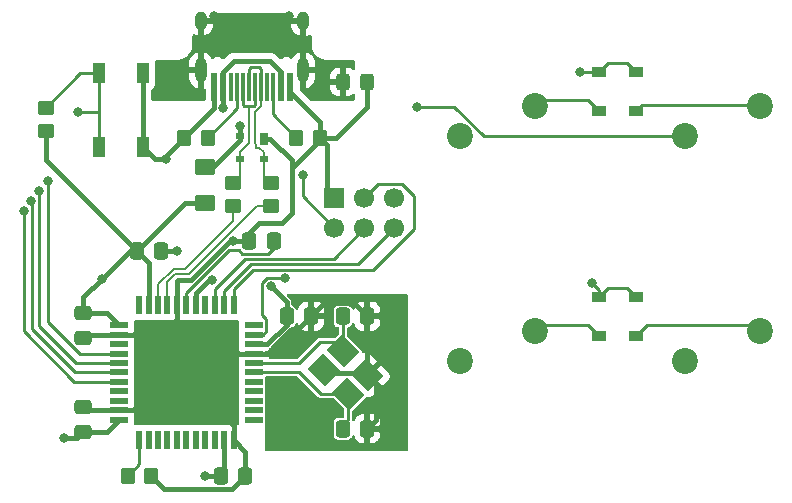
<source format=gbr>
%TF.GenerationSoftware,KiCad,Pcbnew,(6.0.6)*%
%TF.CreationDate,2022-06-29T23:10:10-06:00*%
%TF.ProjectId,macro1,6d616372-6f31-42e6-9b69-6361645f7063,rev?*%
%TF.SameCoordinates,Original*%
%TF.FileFunction,Copper,L2,Bot*%
%TF.FilePolarity,Positive*%
%FSLAX46Y46*%
G04 Gerber Fmt 4.6, Leading zero omitted, Abs format (unit mm)*
G04 Created by KiCad (PCBNEW (6.0.6)) date 2022-06-29 23:10:10*
%MOMM*%
%LPD*%
G01*
G04 APERTURE LIST*
G04 Aperture macros list*
%AMRoundRect*
0 Rectangle with rounded corners*
0 $1 Rounding radius*
0 $2 $3 $4 $5 $6 $7 $8 $9 X,Y pos of 4 corners*
0 Add a 4 corners polygon primitive as box body*
4,1,4,$2,$3,$4,$5,$6,$7,$8,$9,$2,$3,0*
0 Add four circle primitives for the rounded corners*
1,1,$1+$1,$2,$3*
1,1,$1+$1,$4,$5*
1,1,$1+$1,$6,$7*
1,1,$1+$1,$8,$9*
0 Add four rect primitives between the rounded corners*
20,1,$1+$1,$2,$3,$4,$5,0*
20,1,$1+$1,$4,$5,$6,$7,0*
20,1,$1+$1,$6,$7,$8,$9,0*
20,1,$1+$1,$8,$9,$2,$3,0*%
%AMRotRect*
0 Rectangle, with rotation*
0 The origin of the aperture is its center*
0 $1 length*
0 $2 width*
0 $3 Rotation angle, in degrees counterclockwise*
0 Add horizontal line*
21,1,$1,$2,0,0,$3*%
G04 Aperture macros list end*
%TA.AperFunction,SMDPad,CuDef*%
%ADD10R,0.700000X1.000000*%
%TD*%
%TA.AperFunction,SMDPad,CuDef*%
%ADD11R,0.700000X0.600000*%
%TD*%
%TA.AperFunction,SMDPad,CuDef*%
%ADD12RoundRect,0.250000X-0.475000X0.337500X-0.475000X-0.337500X0.475000X-0.337500X0.475000X0.337500X0*%
%TD*%
%TA.AperFunction,SMDPad,CuDef*%
%ADD13RoundRect,0.250000X-0.337500X-0.475000X0.337500X-0.475000X0.337500X0.475000X-0.337500X0.475000X0*%
%TD*%
%TA.AperFunction,SMDPad,CuDef*%
%ADD14RoundRect,0.250000X0.475000X-0.337500X0.475000X0.337500X-0.475000X0.337500X-0.475000X-0.337500X0*%
%TD*%
%TA.AperFunction,SMDPad,CuDef*%
%ADD15R,1.200000X0.900000*%
%TD*%
%TA.AperFunction,SMDPad,CuDef*%
%ADD16RoundRect,0.250001X-0.624999X0.462499X-0.624999X-0.462499X0.624999X-0.462499X0.624999X0.462499X0*%
%TD*%
%TA.AperFunction,ComponentPad*%
%ADD17R,1.700000X1.700000*%
%TD*%
%TA.AperFunction,ComponentPad*%
%ADD18C,1.700000*%
%TD*%
%TA.AperFunction,SMDPad,CuDef*%
%ADD19RoundRect,0.250000X-0.450000X0.350000X-0.450000X-0.350000X0.450000X-0.350000X0.450000X0.350000X0*%
%TD*%
%TA.AperFunction,SMDPad,CuDef*%
%ADD20RoundRect,0.250000X-0.350000X-0.450000X0.350000X-0.450000X0.350000X0.450000X-0.350000X0.450000X0*%
%TD*%
%TA.AperFunction,SMDPad,CuDef*%
%ADD21RoundRect,0.250000X0.350000X0.450000X-0.350000X0.450000X-0.350000X-0.450000X0.350000X-0.450000X0*%
%TD*%
%TA.AperFunction,SMDPad,CuDef*%
%ADD22RoundRect,0.250000X0.450000X-0.350000X0.450000X0.350000X-0.450000X0.350000X-0.450000X-0.350000X0*%
%TD*%
%TA.AperFunction,SMDPad,CuDef*%
%ADD23R,1.100000X1.800000*%
%TD*%
%TA.AperFunction,SMDPad,CuDef*%
%ADD24R,0.550000X1.500000*%
%TD*%
%TA.AperFunction,SMDPad,CuDef*%
%ADD25R,1.500000X0.550000*%
%TD*%
%TA.AperFunction,ComponentPad*%
%ADD26O,1.000000X1.600000*%
%TD*%
%TA.AperFunction,ComponentPad*%
%ADD27O,1.000000X2.100000*%
%TD*%
%TA.AperFunction,SMDPad,CuDef*%
%ADD28R,0.300000X2.450000*%
%TD*%
%TA.AperFunction,SMDPad,CuDef*%
%ADD29R,0.600000X2.450000*%
%TD*%
%TA.AperFunction,SMDPad,CuDef*%
%ADD30RotRect,2.100000X1.800000X135.000000*%
%TD*%
%TA.AperFunction,ComponentPad*%
%ADD31C,2.200000*%
%TD*%
%TA.AperFunction,SMDPad,CuDef*%
%ADD32RoundRect,0.250000X-0.325000X-0.450000X0.325000X-0.450000X0.325000X0.450000X-0.325000X0.450000X0*%
%TD*%
%TA.AperFunction,ViaPad*%
%ADD33C,0.800000*%
%TD*%
%TA.AperFunction,Conductor*%
%ADD34C,0.381000*%
%TD*%
%TA.AperFunction,Conductor*%
%ADD35C,0.254000*%
%TD*%
%TA.AperFunction,Conductor*%
%ADD36C,0.200000*%
%TD*%
G04 APERTURE END LIST*
D10*
%TO.P,U2,1,GND*%
%TO.N,GND*%
X147843750Y-86562500D03*
D11*
%TO.P,U2,4,VCC*%
%TO.N,VCC*%
X145843750Y-86362500D03*
%TO.P,U2,2,IO1*%
%TO.N,DP*%
X147843750Y-88262500D03*
%TO.P,U2,3,IO2*%
%TO.N,DN*%
X145843750Y-88262500D03*
%TD*%
D12*
%TO.P,C1,1*%
%TO.N,+5V*%
X132556250Y-101356250D03*
%TO.P,C1,2*%
%TO.N,GND*%
X132556250Y-103431250D03*
%TD*%
D13*
%TO.P,C2,1*%
%TO.N,+5V*%
X144218750Y-115093750D03*
%TO.P,C2,2*%
%TO.N,GND*%
X146293750Y-115093750D03*
%TD*%
D14*
%TO.P,C3,1*%
%TO.N,+5V*%
X132556250Y-111368750D03*
%TO.P,C3,2*%
%TO.N,GND*%
X132556250Y-109293750D03*
%TD*%
D13*
%TO.P,C4,1*%
%TO.N,+5V*%
X149775000Y-101600000D03*
%TO.P,C4,2*%
%TO.N,GND*%
X151850000Y-101600000D03*
%TD*%
%TO.P,C5,1*%
%TO.N,+5V*%
X137075000Y-96043750D03*
%TO.P,C5,2*%
%TO.N,GND*%
X139150000Y-96043750D03*
%TD*%
%TO.P,C6,1*%
%TO.N,XTAL1*%
X154537500Y-111125000D03*
%TO.P,C6,2*%
%TO.N,GND*%
X156612500Y-111125000D03*
%TD*%
%TO.P,C7,1*%
%TO.N,XTAL2*%
X154537500Y-101600000D03*
%TO.P,C7,2*%
%TO.N,GND*%
X156612500Y-101600000D03*
%TD*%
%TO.P,C8,1*%
%TO.N,GND*%
X146600000Y-95250000D03*
%TO.P,C8,2*%
%TO.N,Net-(U1-Pad6)*%
X148675000Y-95250000D03*
%TD*%
D15*
%TO.P,D1,1,K*%
%TO.N,ROW0*%
X176212500Y-80900000D03*
%TO.P,D1,2,A*%
%TO.N,Net-(SW1-Pad1)*%
X176212500Y-84200000D03*
%TD*%
%TO.P,D2,1,K*%
%TO.N,ROW0*%
X179387500Y-80900000D03*
%TO.P,D2,2,A*%
%TO.N,Net-(SW2-Pad1)*%
X179387500Y-84200000D03*
%TD*%
%TO.P,D3,1,K*%
%TO.N,ROW1*%
X176212500Y-99950000D03*
%TO.P,D3,2,A*%
%TO.N,Net-(SW3-Pad1)*%
X176212500Y-103250000D03*
%TD*%
%TO.P,D4,1,K*%
%TO.N,ROW1*%
X179387500Y-99950000D03*
%TO.P,D4,2,A*%
%TO.N,Net-(SW4-Pad1)*%
X179387500Y-103250000D03*
%TD*%
D16*
%TO.P,F1,1*%
%TO.N,VCC*%
X142875000Y-89000000D03*
%TO.P,F1,2*%
%TO.N,+5V*%
X142875000Y-91975000D03*
%TD*%
D17*
%TO.P,J1,6,GND*%
%TO.N,GND*%
X153828750Y-91598750D03*
D18*
%TO.P,J1,5,~{RST}*%
%TO.N,RESET*%
X153828750Y-94138750D03*
%TO.P,J1,4,MOSI*%
%TO.N,MOSI*%
X156368750Y-91598750D03*
%TO.P,J1,3,SCK*%
%TO.N,SCK*%
X156368750Y-94138750D03*
%TO.P,J1,2,VCC*%
%TO.N,+5V*%
X158908750Y-91598750D03*
%TO.P,J1,1,MISO*%
%TO.N,MISO*%
X158908750Y-94138750D03*
%TD*%
D19*
%TO.P,R1,1*%
%TO.N,DN*%
X145256250Y-90281250D03*
%TO.P,R1,2*%
%TO.N,D-*%
X145256250Y-92281250D03*
%TD*%
%TO.P,R2,1*%
%TO.N,DP*%
X148431250Y-90281250D03*
%TO.P,R2,2*%
%TO.N,D+*%
X148431250Y-92281250D03*
%TD*%
D20*
%TO.P,R3,1*%
%TO.N,Net-(U1-Pad33)*%
X136318750Y-115093750D03*
%TO.P,R3,2*%
%TO.N,GND*%
X138318750Y-115093750D03*
%TD*%
%TO.P,R4,1*%
%TO.N,Net-(R4-Pad1)*%
X150606250Y-86518750D03*
%TO.P,R4,2*%
%TO.N,GND*%
X152606250Y-86518750D03*
%TD*%
D21*
%TO.P,R5,1*%
%TO.N,Net-(R5-Pad1)*%
X143081250Y-86518750D03*
%TO.P,R5,2*%
%TO.N,GND*%
X141081250Y-86518750D03*
%TD*%
D22*
%TO.P,R6,1*%
%TO.N,+5V*%
X129381250Y-85931250D03*
%TO.P,R6,2*%
%TO.N,RESET*%
X129381250Y-83931250D03*
%TD*%
D23*
%TO.P,SW5,1*%
%TO.N,RESET*%
X133881250Y-81037500D03*
X133881250Y-87237500D03*
%TO.P,SW5,2*%
%TO.N,GND*%
X137581250Y-81037500D03*
X137581250Y-87237500D03*
%TD*%
D24*
%TO.P,U1,1,PE6*%
%TO.N,unconnected-(U1-Pad1)*%
X137287500Y-100662500D03*
%TO.P,U1,2,UVCC*%
%TO.N,+5V*%
X138087500Y-100662500D03*
%TO.P,U1,3,D-*%
%TO.N,D-*%
X138887500Y-100662500D03*
%TO.P,U1,4,D+*%
%TO.N,D+*%
X139687500Y-100662500D03*
%TO.P,U1,5,UGND*%
%TO.N,GND*%
X140487500Y-100662500D03*
%TO.P,U1,6,UCAP*%
%TO.N,Net-(U1-Pad6)*%
X141287500Y-100662500D03*
%TO.P,U1,7,VBUS*%
%TO.N,+5V*%
X142087500Y-100662500D03*
%TO.P,U1,8,PB0*%
%TO.N,unconnected-(U1-Pad8)*%
X142887500Y-100662500D03*
%TO.P,U1,9,PB1*%
%TO.N,SCK*%
X143687500Y-100662500D03*
%TO.P,U1,10,PB2*%
%TO.N,MISO*%
X144487500Y-100662500D03*
%TO.P,U1,11,PB3*%
%TO.N,MOSI*%
X145287500Y-100662500D03*
D25*
%TO.P,U1,12,PB7*%
%TO.N,unconnected-(U1-Pad12)*%
X146987500Y-102362500D03*
%TO.P,U1,13,~{RESET}*%
%TO.N,RESET*%
X146987500Y-103162500D03*
%TO.P,U1,14,VCC*%
%TO.N,+5V*%
X146987500Y-103962500D03*
%TO.P,U1,15,GND*%
%TO.N,GND*%
X146987500Y-104762500D03*
%TO.P,U1,16,XTAL2*%
%TO.N,XTAL2*%
X146987500Y-105562500D03*
%TO.P,U1,17,XTAL1*%
%TO.N,XTAL1*%
X146987500Y-106362500D03*
%TO.P,U1,18,PD0*%
%TO.N,unconnected-(U1-Pad18)*%
X146987500Y-107162500D03*
%TO.P,U1,19,PD1*%
%TO.N,unconnected-(U1-Pad19)*%
X146987500Y-107962500D03*
%TO.P,U1,20,PD2*%
%TO.N,unconnected-(U1-Pad20)*%
X146987500Y-108762500D03*
%TO.P,U1,21,PD3*%
%TO.N,unconnected-(U1-Pad21)*%
X146987500Y-109562500D03*
%TO.P,U1,22,PD5*%
%TO.N,unconnected-(U1-Pad22)*%
X146987500Y-110362500D03*
D24*
%TO.P,U1,23,GND*%
%TO.N,GND*%
X145287500Y-112062500D03*
%TO.P,U1,24,AVCC*%
%TO.N,+5V*%
X144487500Y-112062500D03*
%TO.P,U1,25,PD4*%
%TO.N,unconnected-(U1-Pad25)*%
X143687500Y-112062500D03*
%TO.P,U1,26,PD6*%
%TO.N,unconnected-(U1-Pad26)*%
X142887500Y-112062500D03*
%TO.P,U1,27,PD7*%
%TO.N,unconnected-(U1-Pad27)*%
X142087500Y-112062500D03*
%TO.P,U1,28,PB4*%
%TO.N,unconnected-(U1-Pad28)*%
X141287500Y-112062500D03*
%TO.P,U1,29,PB5*%
%TO.N,unconnected-(U1-Pad29)*%
X140487500Y-112062500D03*
%TO.P,U1,30,PB6*%
%TO.N,unconnected-(U1-Pad30)*%
X139687500Y-112062500D03*
%TO.P,U1,31,PC6*%
%TO.N,unconnected-(U1-Pad31)*%
X138887500Y-112062500D03*
%TO.P,U1,32,PC7*%
%TO.N,unconnected-(U1-Pad32)*%
X138087500Y-112062500D03*
%TO.P,U1,33,~{HWB}/PE2*%
%TO.N,Net-(U1-Pad33)*%
X137287500Y-112062500D03*
D25*
%TO.P,U1,34,VCC*%
%TO.N,+5V*%
X135587500Y-110362500D03*
%TO.P,U1,35,GND*%
%TO.N,GND*%
X135587500Y-109562500D03*
%TO.P,U1,36,PF7*%
%TO.N,unconnected-(U1-Pad36)*%
X135587500Y-108762500D03*
%TO.P,U1,37,PF6*%
%TO.N,unconnected-(U1-Pad37)*%
X135587500Y-107962500D03*
%TO.P,U1,38,PF5*%
%TO.N,ROW0*%
X135587500Y-107162500D03*
%TO.P,U1,39,PF4*%
%TO.N,ROW1*%
X135587500Y-106362500D03*
%TO.P,U1,40,PF1*%
%TO.N,COL0*%
X135587500Y-105562500D03*
%TO.P,U1,41,PF0*%
%TO.N,COL1*%
X135587500Y-104762500D03*
%TO.P,U1,42,AREF*%
%TO.N,unconnected-(U1-Pad42)*%
X135587500Y-103962500D03*
%TO.P,U1,43,GND*%
%TO.N,GND*%
X135587500Y-103162500D03*
%TO.P,U1,44,AVCC*%
%TO.N,+5V*%
X135587500Y-102362500D03*
%TD*%
D26*
%TO.P,USB1,13,SHIELD*%
%TO.N,Earth*%
X151163750Y-76596250D03*
X142523750Y-76596250D03*
D27*
X151163750Y-80776250D03*
X142523750Y-80776250D03*
D28*
%TO.P,USB1,6,DP1*%
%TO.N,DP*%
X146593750Y-82191250D03*
%TO.P,USB1,7,DN1*%
%TO.N,DN*%
X147093750Y-82191250D03*
%TO.P,USB1,8,DP2*%
%TO.N,DP*%
X147593750Y-82191250D03*
%TO.P,USB1,5,DN2*%
%TO.N,DN*%
X146093750Y-82191250D03*
%TO.P,USB1,9,SBU1*%
%TO.N,unconnected-(USB1-Pad9)*%
X148093750Y-82191250D03*
%TO.P,USB1,4,CC1*%
%TO.N,Net-(R5-Pad1)*%
X145593750Y-82191250D03*
%TO.P,USB1,10,CC2*%
%TO.N,Net-(R4-Pad1)*%
X148593750Y-82191250D03*
%TO.P,USB1,3,SBU2*%
%TO.N,unconnected-(USB1-Pad3)*%
X145093750Y-82191250D03*
D29*
%TO.P,USB1,2,VBUS*%
%TO.N,VCC*%
X144393750Y-82191250D03*
%TO.P,USB1,11,VBUS*%
X149293750Y-82191250D03*
%TO.P,USB1,1,GND*%
%TO.N,GND*%
X143618750Y-82191250D03*
%TO.P,USB1,12,GND*%
X150068750Y-82191250D03*
%TD*%
D30*
%TO.P,Y1,1,1*%
%TO.N,XTAL1*%
X154993382Y-108200978D03*
%TO.P,Y1,2,2*%
%TO.N,GND*%
X152942772Y-106150368D03*
%TO.P,Y1,3,3*%
%TO.N,XTAL2*%
X154569118Y-104524022D03*
%TO.P,Y1,4,4*%
%TO.N,GND*%
X156619728Y-106574632D03*
%TD*%
D31*
%TO.P,SW2,1,1*%
%TO.N,Net-(SW2-Pad1)*%
X189865000Y-83820000D03*
%TO.P,SW2,2,2*%
%TO.N,COL1*%
X183515000Y-86360000D03*
%TD*%
%TO.P,SW3,1,1*%
%TO.N,Net-(SW3-Pad1)*%
X170815000Y-102870000D03*
%TO.P,SW3,2,2*%
%TO.N,COL0*%
X164465000Y-105410000D03*
%TD*%
%TO.P,SW4,1,1*%
%TO.N,Net-(SW4-Pad1)*%
X189865000Y-102870000D03*
%TO.P,SW4,2,2*%
%TO.N,COL1*%
X183515000Y-105410000D03*
%TD*%
%TO.P,SW1,1,1*%
%TO.N,Net-(SW1-Pad1)*%
X170815000Y-83820000D03*
%TO.P,SW1,2,2*%
%TO.N,COL0*%
X164465000Y-86360000D03*
%TD*%
D32*
%TO.P,FB1,1*%
%TO.N,Earth*%
X154550000Y-81756250D03*
%TO.P,FB1,2*%
%TO.N,GND*%
X156600000Y-81756250D03*
%TD*%
D33*
%TO.N,Earth*%
X152908000Y-80518000D03*
X146843750Y-77787500D03*
X150018750Y-76200000D03*
X143668750Y-76200000D03*
%TO.N,RESET*%
X132096500Y-84311500D03*
X151130000Y-89662000D03*
X149606000Y-98393026D03*
%TO.N,+5V*%
X143466478Y-98508478D03*
%TO.N,GND*%
X145258747Y-95252497D03*
%TO.N,COL1*%
X129560500Y-90170000D03*
%TO.N,COL0*%
X128834000Y-91000996D03*
%TO.N,ROW1*%
X128107500Y-91846412D03*
%TO.N,ROW0*%
X127508000Y-92710000D03*
%TO.N,COL1*%
X160820345Y-83857500D03*
%TO.N,ROW1*%
X175641000Y-98806000D03*
%TO.N,ROW0*%
X174625000Y-80962500D03*
%TO.N,GND*%
X139573000Y-88265000D03*
%TO.N,+5V*%
X134143750Y-98425000D03*
%TO.N,GND*%
X140493750Y-96043750D03*
%TO.N,+5V*%
X142875000Y-115093750D03*
X130968750Y-111918750D03*
X148431250Y-99060000D03*
%TO.N,VCC*%
X145796000Y-85471000D03*
X144408750Y-83947000D03*
%TO.N,GND*%
X157861000Y-101600000D03*
X157861000Y-111125000D03*
%TD*%
D34*
%TO.N,VCC*%
X143537000Y-89000000D02*
X142875000Y-89000000D01*
X145843750Y-86693250D02*
X143537000Y-89000000D01*
X145843750Y-86362500D02*
X145843750Y-86693250D01*
%TO.N,GND*%
X150308250Y-88959750D02*
X150241000Y-88959750D01*
X152606250Y-86661750D02*
X150308250Y-88959750D01*
X152606250Y-86518750D02*
X152606250Y-86661750D01*
X148411500Y-86562500D02*
X147843750Y-86562500D01*
X150241000Y-88392000D02*
X148411500Y-86562500D01*
X150241000Y-88959750D02*
X150241000Y-88392000D01*
X150241000Y-92837000D02*
X150241000Y-88959750D01*
X149352000Y-93726000D02*
X150241000Y-92837000D01*
X146600000Y-94573000D02*
X147447000Y-93726000D01*
X146600000Y-95250000D02*
X146600000Y-94573000D01*
X147447000Y-93726000D02*
X149352000Y-93726000D01*
X153193750Y-87106250D02*
X152606250Y-86518750D01*
X153193750Y-90963750D02*
X153193750Y-87106250D01*
X153828750Y-91598750D02*
X153193750Y-90963750D01*
X152606250Y-85137500D02*
X152606250Y-86518750D01*
X150068750Y-82600000D02*
X152606250Y-85137500D01*
X150068750Y-82191250D02*
X150068750Y-82600000D01*
X156600000Y-83906250D02*
X153987500Y-86518750D01*
X153987500Y-86518750D02*
X152606250Y-86518750D01*
X156600000Y-81756250D02*
X156600000Y-83906250D01*
D35*
%TO.N,RESET*%
X132096500Y-84311500D02*
X133874500Y-84311500D01*
X133881250Y-84304750D02*
X133881250Y-81037500D01*
X133881250Y-87237500D02*
X133881250Y-84304750D01*
X151130000Y-91440000D02*
X151130000Y-89662000D01*
X153828750Y-94138750D02*
X151130000Y-91440000D01*
X148064500Y-101836500D02*
X148064500Y-102887500D01*
X147704250Y-101476250D02*
X148064500Y-101836500D01*
X147704250Y-98758866D02*
X147704250Y-101476250D01*
X148130116Y-98333000D02*
X147704250Y-98758866D01*
X149545974Y-98333000D02*
X148130116Y-98333000D01*
X149606000Y-98393026D02*
X149545974Y-98333000D01*
X148064500Y-102887500D02*
X147789500Y-103162500D01*
X147789500Y-103162500D02*
X146987500Y-103162500D01*
%TO.N,MOSI*%
X146942526Y-97666526D02*
X145287500Y-99321552D01*
X145287500Y-99321552D02*
X145287500Y-100662500D01*
X157095474Y-97666526D02*
X146942526Y-97666526D01*
X160548850Y-94213150D02*
X157095474Y-97666526D01*
X160548850Y-91460850D02*
X160548850Y-94213150D01*
X159509750Y-90421750D02*
X160548850Y-91460850D01*
X157545750Y-90421750D02*
X159509750Y-90421750D01*
X156368750Y-91598750D02*
X157545750Y-90421750D01*
%TO.N,MISO*%
X144487500Y-99479500D02*
X144487500Y-100662500D01*
X146757000Y-97210000D02*
X144487500Y-99479500D01*
X155837500Y-97210000D02*
X146757000Y-97210000D01*
X158908750Y-94138750D02*
X155837500Y-97210000D01*
%TO.N,SCK*%
X146247090Y-96756000D02*
X143687500Y-99315590D01*
X153751500Y-96756000D02*
X146247090Y-96756000D01*
X156368750Y-94138750D02*
X153751500Y-96756000D01*
X143687500Y-99315590D02*
X143687500Y-100662500D01*
D34*
%TO.N,+5V*%
X148431250Y-99060000D02*
X149775000Y-100403750D01*
X149775000Y-100403750D02*
X149775000Y-101600000D01*
D35*
%TO.N,Net-(U1-Pad6)*%
X141287500Y-99660028D02*
X141287500Y-100662500D01*
X144935528Y-96012000D02*
X141287500Y-99660028D01*
X145733499Y-96012000D02*
X144935528Y-96012000D01*
X146023499Y-96302000D02*
X145733499Y-96012000D01*
X148675000Y-95800000D02*
X148173000Y-96302000D01*
X148675000Y-95250000D02*
X148675000Y-95800000D01*
X148173000Y-96302000D02*
X146023499Y-96302000D01*
D34*
%TO.N,+5V*%
X143235522Y-98508478D02*
X143466478Y-98508478D01*
X142087500Y-99656500D02*
X143235522Y-98508478D01*
X142087500Y-100662500D02*
X142087500Y-99656500D01*
%TO.N,GND*%
X140589000Y-98505500D02*
X140487500Y-98607000D01*
X146600000Y-95250000D02*
X144965672Y-95250000D01*
X144965672Y-95250000D02*
X141710172Y-98505500D01*
X141710172Y-98505500D02*
X140589000Y-98505500D01*
X140487500Y-98607000D02*
X140487500Y-100662500D01*
D35*
%TO.N,ROW1*%
X128235000Y-91973912D02*
X128235000Y-102708000D01*
X128235000Y-102708000D02*
X131889500Y-106362500D01*
X131889500Y-106362500D02*
X135587500Y-106362500D01*
X128107500Y-91846412D02*
X128235000Y-91973912D01*
%TO.N,ROW0*%
X131800500Y-107162500D02*
X135587500Y-107162500D01*
X127508000Y-102870000D02*
X131800500Y-107162500D01*
X127508000Y-92710000D02*
X127508000Y-102870000D01*
%TO.N,COL0*%
X131978500Y-105562500D02*
X135587500Y-105562500D01*
X128834000Y-102418000D02*
X131978500Y-105562500D01*
X128834000Y-91000996D02*
X128834000Y-102418000D01*
%TO.N,COL1*%
X132258999Y-104762500D02*
X135587500Y-104762500D01*
X129560500Y-102064001D02*
X132258999Y-104762500D01*
X129560500Y-90170000D02*
X129560500Y-102064001D01*
X163980583Y-83857500D02*
X160820345Y-83857500D01*
X166483083Y-86360000D02*
X163980583Y-83857500D01*
X183515000Y-86360000D02*
X166483083Y-86360000D01*
%TO.N,ROW1*%
X176212500Y-99377500D02*
X175641000Y-98806000D01*
X176212500Y-99950000D02*
X176212500Y-99377500D01*
%TO.N,ROW0*%
X174687500Y-80900000D02*
X174625000Y-80962500D01*
X176212500Y-80900000D02*
X174687500Y-80900000D01*
%TO.N,RESET*%
X129381250Y-83931250D02*
X132275000Y-81037500D01*
X132275000Y-81037500D02*
X133881250Y-81037500D01*
D34*
%TO.N,+5V*%
X129381250Y-85931250D02*
X129381250Y-88350000D01*
X129381250Y-88350000D02*
X137075000Y-96043750D01*
%TO.N,GND*%
X137581250Y-81037500D02*
X137581250Y-87237500D01*
X138608750Y-88265000D02*
X137581250Y-87237500D01*
X139573000Y-88265000D02*
X138608750Y-88265000D01*
X139573000Y-88027000D02*
X141081250Y-86518750D01*
X139573000Y-88265000D02*
X139573000Y-88027000D01*
X135587500Y-109562500D02*
X137325500Y-109562500D01*
X140622000Y-106266000D02*
X141399875Y-107043875D01*
X139812375Y-105456375D02*
X140622000Y-106266000D01*
X137325500Y-109562500D02*
X140622000Y-106266000D01*
X140487500Y-104781250D02*
X139812375Y-105456375D01*
X140487500Y-100662500D02*
X140487500Y-104781250D01*
X137518500Y-103162500D02*
X139812375Y-105456375D01*
X143681250Y-104762500D02*
X141399875Y-107043875D01*
X146987500Y-104762500D02*
X143681250Y-104762500D01*
X141399875Y-107043875D02*
X145287500Y-110931500D01*
X145287500Y-110931500D02*
X145287500Y-112062500D01*
X135587500Y-103162500D02*
X137518500Y-103162500D01*
X139434250Y-116209250D02*
X145178250Y-116209250D01*
X145178250Y-116209250D02*
X146293750Y-115093750D01*
X138318750Y-115093750D02*
X139434250Y-116209250D01*
%TO.N,+5V*%
X136525000Y-96043750D02*
X137075000Y-96043750D01*
X134143750Y-98425000D02*
X136525000Y-96043750D01*
X132556250Y-100012500D02*
X134143750Y-98425000D01*
X132556250Y-101356250D02*
X132556250Y-100012500D01*
%TO.N,GND*%
X132825000Y-103162500D02*
X135587500Y-103162500D01*
X132556250Y-103431250D02*
X132825000Y-103162500D01*
%TO.N,+5V*%
X134581250Y-101356250D02*
X135587500Y-102362500D01*
X132556250Y-101356250D02*
X134581250Y-101356250D01*
%TO.N,GND*%
X132825000Y-109562500D02*
X135587500Y-109562500D01*
%TO.N,+5V*%
X132006250Y-111918750D02*
X130968750Y-111918750D01*
X134581250Y-111368750D02*
X135587500Y-110362500D01*
X132556250Y-111368750D02*
X132006250Y-111918750D01*
%TO.N,GND*%
X132556250Y-109293750D02*
X132825000Y-109562500D01*
%TO.N,+5V*%
X132556250Y-111368750D02*
X134581250Y-111368750D01*
X137075000Y-96043750D02*
X138087500Y-97056250D01*
X138087500Y-97056250D02*
X138087500Y-100662500D01*
%TO.N,GND*%
X139150000Y-96043750D02*
X140493750Y-96043750D01*
%TO.N,+5V*%
X141143750Y-91975000D02*
X137075000Y-96043750D01*
X142875000Y-91975000D02*
X141143750Y-91975000D01*
X142875000Y-115093750D02*
X144218750Y-115093750D01*
D36*
%TO.N,D+*%
X140335000Y-98015000D02*
X139687500Y-98662500D01*
X141507000Y-98015000D02*
X140335000Y-98015000D01*
X147240750Y-92281250D02*
X141507000Y-98015000D01*
X139687500Y-98662500D02*
X139687500Y-100662500D01*
X148431250Y-92281250D02*
X147240750Y-92281250D01*
%TO.N,D-*%
X141195000Y-97565000D02*
X140219315Y-97565000D01*
X145256250Y-93503750D02*
X141195000Y-97565000D01*
X138887500Y-98896815D02*
X138887500Y-100662500D01*
X145256250Y-92281250D02*
X145256250Y-93503750D01*
X140219315Y-97565000D02*
X138887500Y-98896815D01*
D34*
%TO.N,GND*%
X146293750Y-113068750D02*
X145287500Y-112062500D01*
X146293750Y-115093750D02*
X146293750Y-113068750D01*
%TO.N,+5V*%
X144487500Y-114825000D02*
X144487500Y-112062500D01*
X144218750Y-115093750D02*
X144487500Y-114825000D01*
D35*
%TO.N,Net-(U1-Pad33)*%
X137287500Y-114125000D02*
X137287500Y-112062500D01*
X136318750Y-115093750D02*
X137287500Y-114125000D01*
D34*
%TO.N,VCC*%
X145314501Y-80000500D02*
X148392999Y-80000500D01*
X144393750Y-80921251D02*
X145314501Y-80000500D01*
X148392999Y-80000500D02*
X149293750Y-80901251D01*
X149293750Y-80901251D02*
X149293750Y-82191250D01*
X144393750Y-82191250D02*
X144393750Y-80921251D01*
X145796000Y-85471000D02*
X145796000Y-86314750D01*
X145796000Y-86314750D02*
X145843750Y-86362500D01*
X144393750Y-83932000D02*
X144408750Y-83947000D01*
X144393750Y-82191250D02*
X144393750Y-83932000D01*
%TO.N,GND*%
X141081250Y-86518750D02*
X143618750Y-83981250D01*
X143618750Y-83981250D02*
X143618750Y-82191250D01*
D35*
%TO.N,Net-(R5-Pad1)*%
X143081250Y-86518750D02*
X145593750Y-84006250D01*
X145593750Y-84006250D02*
X145593750Y-82191250D01*
%TO.N,Net-(R4-Pad1)*%
X148593750Y-84506250D02*
X150606250Y-86518750D01*
X148593750Y-82191250D02*
X148593750Y-84506250D01*
D34*
%TO.N,GND*%
X156612500Y-101600000D02*
X157861000Y-101600000D01*
X156612500Y-111125000D02*
X157861000Y-111125000D01*
D35*
%TO.N,XTAL2*%
X153826656Y-103781560D02*
X152599690Y-103781560D01*
D34*
%TO.N,GND*%
X157362190Y-107317094D02*
X157362190Y-110375310D01*
X157362190Y-110375310D02*
X156612500Y-111125000D01*
X156619728Y-106574632D02*
X157362190Y-107317094D01*
X156619728Y-101607228D02*
X156619728Y-106574632D01*
X156612500Y-101600000D02*
X156619728Y-101607228D01*
X152965500Y-100484500D02*
X155497000Y-100484500D01*
X151850000Y-101600000D02*
X152965500Y-100484500D01*
X155497000Y-100484500D02*
X156612500Y-101600000D01*
X148687500Y-104762500D02*
X151850000Y-101600000D01*
X146987500Y-104762500D02*
X148687500Y-104762500D01*
%TO.N,+5V*%
X149775000Y-102306000D02*
X149775000Y-101600000D01*
X148118500Y-103962500D02*
X149775000Y-102306000D01*
X146987500Y-103962500D02*
X148118500Y-103962500D01*
D35*
%TO.N,XTAL1*%
X154231250Y-111125000D02*
X154993382Y-110362868D01*
X154993382Y-110362868D02*
X154993382Y-108200978D01*
%TO.N,XTAL2*%
X154569118Y-101937868D02*
X154569118Y-104524022D01*
X154231250Y-101600000D02*
X154569118Y-101937868D01*
D34*
%TO.N,GND*%
X153224024Y-106431620D02*
X152942772Y-106150368D01*
X156476716Y-106431620D02*
X153224024Y-106431620D01*
X156619728Y-106574632D02*
X156476716Y-106431620D01*
D35*
%TO.N,XTAL2*%
X150806250Y-105562500D02*
X146987500Y-105562500D01*
X150812500Y-105568750D02*
X150806250Y-105562500D01*
X152599690Y-103781560D02*
X150812500Y-105568750D01*
X154569118Y-104524022D02*
X153826656Y-103781560D01*
%TO.N,XTAL1*%
X150812500Y-106362500D02*
X146987500Y-106362500D01*
X152650978Y-108200978D02*
X150812500Y-106362500D01*
X154993382Y-108200978D02*
X152650978Y-108200978D01*
%TO.N,Net-(SW2-Pad1)*%
X189738000Y-83693000D02*
X189865000Y-83820000D01*
X179894500Y-83693000D02*
X189738000Y-83693000D01*
X179387500Y-84200000D02*
X179894500Y-83693000D01*
%TO.N,Net-(SW1-Pad1)*%
X171323000Y-83312000D02*
X175324500Y-83312000D01*
X175324500Y-83312000D02*
X176212500Y-84200000D01*
X170815000Y-83820000D02*
X171323000Y-83312000D01*
%TO.N,Net-(SW4-Pad1)*%
X189357000Y-102362000D02*
X189865000Y-102870000D01*
X180275500Y-102362000D02*
X189357000Y-102362000D01*
X179387500Y-103250000D02*
X180275500Y-102362000D01*
%TO.N,Net-(SW3-Pad1)*%
X175324500Y-102362000D02*
X176212500Y-103250000D01*
X171323000Y-102362000D02*
X175324500Y-102362000D01*
X170815000Y-102870000D02*
X171323000Y-102362000D01*
%TO.N,ROW1*%
X178624500Y-99187000D02*
X179387500Y-99950000D01*
X176975500Y-99187000D02*
X178624500Y-99187000D01*
X176212500Y-99950000D02*
X176975500Y-99187000D01*
%TO.N,ROW0*%
X178624500Y-80137000D02*
X179387500Y-80900000D01*
X176975500Y-80137000D02*
X178624500Y-80137000D01*
X176212500Y-80900000D02*
X176975500Y-80137000D01*
D36*
%TO.N,DP*%
X148431250Y-90281250D02*
X147843750Y-89693750D01*
X147843750Y-89693750D02*
X147843750Y-88262500D01*
%TO.N,DN*%
X145843750Y-89693750D02*
X145843750Y-88262500D01*
X145256250Y-90281250D02*
X145843750Y-89693750D01*
%TO.N,DP*%
X147068750Y-84349120D02*
X147110472Y-84307398D01*
X147068750Y-86962499D02*
X147068750Y-84349120D01*
X147593750Y-83824120D02*
X147593750Y-82191250D01*
X147110472Y-84307398D02*
X147593750Y-83824120D01*
X147068750Y-84307398D02*
X147110472Y-84307398D01*
%TO.N,DN*%
X146618750Y-83886250D02*
X146685000Y-83820000D01*
X146618750Y-86962499D02*
X146618750Y-83886250D01*
X145843750Y-87737499D02*
X146618750Y-86962499D01*
X145843750Y-88262500D02*
X145843750Y-87737499D01*
%TO.N,DP*%
X147193750Y-87362500D02*
X147193750Y-87087499D01*
X147468751Y-87362500D02*
X147193750Y-87362500D01*
X147843750Y-87737499D02*
X147468751Y-87362500D01*
X147193750Y-87087499D02*
X147068750Y-86962499D01*
X147843750Y-88262500D02*
X147843750Y-87737499D01*
D35*
%TO.N,DN*%
X146685000Y-83820000D02*
X146177000Y-83820000D01*
X146994000Y-83820000D02*
X146685000Y-83820000D01*
X146093750Y-83736750D02*
X146093750Y-82191250D01*
X147093750Y-83720250D02*
X146994000Y-83820000D01*
X146177000Y-83820000D02*
X146093750Y-83736750D01*
X147093750Y-82191250D02*
X147093750Y-83720250D01*
%TO.N,DP*%
X147449500Y-80518000D02*
X147593750Y-80662250D01*
X146738000Y-80518000D02*
X147449500Y-80518000D01*
X147593750Y-80662250D02*
X147593750Y-82191250D01*
X146593750Y-80662250D02*
X146738000Y-80518000D01*
X146593750Y-82191250D02*
X146593750Y-80662250D01*
%TD*%
%TA.AperFunction,Conductor*%
%TO.N,GND*%
G36*
X159962121Y-99715002D02*
G01*
X160008614Y-99768658D01*
X160020000Y-99821000D01*
X160020000Y-112904000D01*
X159999998Y-112972121D01*
X159946342Y-113018614D01*
X159894000Y-113030000D01*
X148081000Y-113030000D01*
X148012879Y-113009998D01*
X147966386Y-112956342D01*
X147955000Y-112904000D01*
X147955000Y-106816000D01*
X147975002Y-106747879D01*
X148028658Y-106701386D01*
X148081000Y-106690000D01*
X150624656Y-106690000D01*
X150692777Y-106710002D01*
X150713751Y-106726905D01*
X151596114Y-107609269D01*
X152405396Y-108418551D01*
X152412823Y-108426655D01*
X152437218Y-108455728D01*
X152470092Y-108474708D01*
X152479339Y-108480600D01*
X152510435Y-108502373D01*
X152521084Y-108505226D01*
X152524318Y-108506734D01*
X152527690Y-108507961D01*
X152537239Y-108513475D01*
X152574611Y-108520065D01*
X152585325Y-108522440D01*
X152621994Y-108532265D01*
X152632969Y-108531305D01*
X152632971Y-108531305D01*
X152659805Y-108528957D01*
X152670787Y-108528478D01*
X153712350Y-108528478D01*
X153780471Y-108548480D01*
X153801445Y-108565383D01*
X154628977Y-109392915D01*
X154663003Y-109455227D01*
X154665882Y-109482010D01*
X154665882Y-110073500D01*
X154645880Y-110141621D01*
X154592224Y-110188114D01*
X154539882Y-110199500D01*
X154146166Y-110199500D01*
X154128248Y-110201194D01*
X154122278Y-110201758D01*
X154122277Y-110201758D01*
X154114631Y-110202481D01*
X153986816Y-110247366D01*
X153979246Y-110252958D01*
X153979243Y-110252959D01*
X153894794Y-110315335D01*
X153877850Y-110327850D01*
X153872258Y-110335421D01*
X153802959Y-110429243D01*
X153802958Y-110429246D01*
X153797366Y-110436816D01*
X153752481Y-110564631D01*
X153749500Y-110596166D01*
X153749500Y-111653834D01*
X153752481Y-111685369D01*
X153797366Y-111813184D01*
X153802958Y-111820754D01*
X153802959Y-111820757D01*
X153865335Y-111905206D01*
X153877850Y-111922150D01*
X153885421Y-111927742D01*
X153979243Y-111997041D01*
X153979246Y-111997042D01*
X153986816Y-112002634D01*
X154114631Y-112047519D01*
X154122277Y-112048242D01*
X154122278Y-112048242D01*
X154128248Y-112048806D01*
X154146166Y-112050500D01*
X154928834Y-112050500D01*
X154946752Y-112048806D01*
X154952722Y-112048242D01*
X154952723Y-112048242D01*
X154960369Y-112047519D01*
X155088184Y-112002634D01*
X155095754Y-111997042D01*
X155095757Y-111997041D01*
X155189579Y-111927742D01*
X155197150Y-111922150D01*
X155209665Y-111905206D01*
X155272041Y-111820757D01*
X155272042Y-111820754D01*
X155277634Y-111813184D01*
X155293843Y-111767027D01*
X155335286Y-111709381D01*
X155401316Y-111683293D01*
X155470968Y-111697044D01*
X155522129Y-111746269D01*
X155532250Y-111768899D01*
X155581588Y-111916784D01*
X155587761Y-111929962D01*
X155673063Y-112067807D01*
X155682099Y-112079208D01*
X155796829Y-112193739D01*
X155808240Y-112202751D01*
X155946243Y-112287816D01*
X155959424Y-112293963D01*
X156113710Y-112345138D01*
X156127086Y-112348005D01*
X156221438Y-112357672D01*
X156227854Y-112358000D01*
X156340385Y-112358000D01*
X156355624Y-112353525D01*
X156356829Y-112352135D01*
X156358500Y-112344452D01*
X156358500Y-112339884D01*
X156866500Y-112339884D01*
X156870975Y-112355123D01*
X156872365Y-112356328D01*
X156880048Y-112357999D01*
X156997095Y-112357999D01*
X157003614Y-112357662D01*
X157099206Y-112347743D01*
X157112600Y-112344851D01*
X157266784Y-112293412D01*
X157279962Y-112287239D01*
X157417807Y-112201937D01*
X157429208Y-112192901D01*
X157543739Y-112078171D01*
X157552751Y-112066760D01*
X157637816Y-111928757D01*
X157643963Y-111915576D01*
X157695138Y-111761290D01*
X157698005Y-111747914D01*
X157707672Y-111653562D01*
X157708000Y-111647146D01*
X157708000Y-111397115D01*
X157703525Y-111381876D01*
X157702135Y-111380671D01*
X157694452Y-111379000D01*
X156884615Y-111379000D01*
X156869376Y-111383475D01*
X156868171Y-111384865D01*
X156866500Y-111392548D01*
X156866500Y-112339884D01*
X156358500Y-112339884D01*
X156358500Y-110852885D01*
X156866500Y-110852885D01*
X156870975Y-110868124D01*
X156872365Y-110869329D01*
X156880048Y-110871000D01*
X157689884Y-110871000D01*
X157705123Y-110866525D01*
X157706328Y-110865135D01*
X157707999Y-110857452D01*
X157707999Y-110602905D01*
X157707662Y-110596386D01*
X157697743Y-110500794D01*
X157694851Y-110487400D01*
X157643412Y-110333216D01*
X157637239Y-110320038D01*
X157551937Y-110182193D01*
X157542901Y-110170792D01*
X157428171Y-110056261D01*
X157416760Y-110047249D01*
X157278757Y-109962184D01*
X157265576Y-109956037D01*
X157111290Y-109904862D01*
X157097914Y-109901995D01*
X157003562Y-109892328D01*
X156997145Y-109892000D01*
X156884615Y-109892000D01*
X156869376Y-109896475D01*
X156868171Y-109897865D01*
X156866500Y-109905548D01*
X156866500Y-110852885D01*
X156358500Y-110852885D01*
X156358500Y-109910116D01*
X156354025Y-109894877D01*
X156352635Y-109893672D01*
X156344952Y-109892001D01*
X156227905Y-109892001D01*
X156221386Y-109892338D01*
X156125794Y-109902257D01*
X156112400Y-109905149D01*
X155958216Y-109956588D01*
X155945038Y-109962761D01*
X155807193Y-110048063D01*
X155795792Y-110057099D01*
X155681261Y-110171829D01*
X155672249Y-110183240D01*
X155587184Y-110321243D01*
X155581037Y-110334424D01*
X155566475Y-110378327D01*
X155526044Y-110436686D01*
X155460480Y-110463923D01*
X155390598Y-110451389D01*
X155338586Y-110403065D01*
X155320882Y-110338659D01*
X155320882Y-109694142D01*
X155340884Y-109626021D01*
X155357787Y-109605047D01*
X156480325Y-108482509D01*
X156542637Y-108448483D01*
X156587283Y-108446877D01*
X156716906Y-108465441D01*
X156734683Y-108465441D01*
X156860953Y-108447358D01*
X156878008Y-108442371D01*
X156995117Y-108389125D01*
X157008461Y-108380908D01*
X157048346Y-108348839D01*
X157053405Y-108344300D01*
X157528987Y-107868717D01*
X157536598Y-107854779D01*
X157536466Y-107852943D01*
X157532217Y-107846331D01*
X156349613Y-106663727D01*
X156315587Y-106601415D01*
X156317422Y-106575764D01*
X156984136Y-106575764D01*
X156984267Y-106577598D01*
X156988518Y-106584212D01*
X157888193Y-107483887D01*
X157902137Y-107491501D01*
X157903970Y-107491370D01*
X157910585Y-107487119D01*
X158389390Y-107008313D01*
X158393935Y-107003247D01*
X158426001Y-106963367D01*
X158434223Y-106950017D01*
X158487467Y-106832912D01*
X158492454Y-106815857D01*
X158510537Y-106689587D01*
X158510537Y-106671809D01*
X158492454Y-106545539D01*
X158487467Y-106528484D01*
X158434221Y-106411375D01*
X158426004Y-106398031D01*
X158393941Y-106358154D01*
X158389385Y-106353076D01*
X157807752Y-105771443D01*
X157793808Y-105763829D01*
X157791973Y-105763960D01*
X157785363Y-105768208D01*
X156991749Y-106561821D01*
X156984136Y-106575764D01*
X156317422Y-106575764D01*
X156320652Y-106530600D01*
X156349613Y-106485537D01*
X156619728Y-106215422D01*
X157422916Y-105412233D01*
X157430530Y-105398289D01*
X157430399Y-105396456D01*
X157426148Y-105389841D01*
X156841288Y-104804981D01*
X156836204Y-104800419D01*
X156796331Y-104768359D01*
X156782981Y-104760137D01*
X156665876Y-104706893D01*
X156648821Y-104701906D01*
X156522551Y-104683823D01*
X156504773Y-104683823D01*
X156378503Y-104701906D01*
X156361448Y-104706893D01*
X156328134Y-104722040D01*
X156257843Y-104732026D01*
X156193312Y-104702426D01*
X156155028Y-104642635D01*
X156153212Y-104629927D01*
X156152404Y-104630088D01*
X156139264Y-104564027D01*
X156139264Y-104564026D01*
X156136843Y-104551857D01*
X156103715Y-104502277D01*
X154933523Y-103332085D01*
X154899497Y-103269773D01*
X154896618Y-103242990D01*
X154896618Y-102634203D01*
X154916620Y-102566082D01*
X154970276Y-102519589D01*
X154980869Y-102515320D01*
X154983175Y-102514510D01*
X155088184Y-102477634D01*
X155095754Y-102472042D01*
X155095757Y-102472041D01*
X155189579Y-102402742D01*
X155197150Y-102397150D01*
X155209665Y-102380206D01*
X155272041Y-102295757D01*
X155272042Y-102295754D01*
X155277634Y-102288184D01*
X155293843Y-102242027D01*
X155335286Y-102184381D01*
X155401316Y-102158293D01*
X155470968Y-102172044D01*
X155522129Y-102221269D01*
X155532250Y-102243899D01*
X155581588Y-102391784D01*
X155587761Y-102404962D01*
X155673063Y-102542807D01*
X155682099Y-102554208D01*
X155796829Y-102668739D01*
X155808240Y-102677751D01*
X155946243Y-102762816D01*
X155959424Y-102768963D01*
X156113710Y-102820138D01*
X156127086Y-102823005D01*
X156221438Y-102832672D01*
X156227854Y-102833000D01*
X156340385Y-102833000D01*
X156355624Y-102828525D01*
X156356829Y-102827135D01*
X156358500Y-102819452D01*
X156358500Y-102814884D01*
X156866500Y-102814884D01*
X156870975Y-102830123D01*
X156872365Y-102831328D01*
X156880048Y-102832999D01*
X156997095Y-102832999D01*
X157003614Y-102832662D01*
X157099206Y-102822743D01*
X157112600Y-102819851D01*
X157266784Y-102768412D01*
X157279962Y-102762239D01*
X157417807Y-102676937D01*
X157429208Y-102667901D01*
X157543739Y-102553171D01*
X157552751Y-102541760D01*
X157637816Y-102403757D01*
X157643963Y-102390576D01*
X157695138Y-102236290D01*
X157698005Y-102222914D01*
X157707672Y-102128562D01*
X157708000Y-102122146D01*
X157708000Y-101872115D01*
X157703525Y-101856876D01*
X157702135Y-101855671D01*
X157694452Y-101854000D01*
X156884615Y-101854000D01*
X156869376Y-101858475D01*
X156868171Y-101859865D01*
X156866500Y-101867548D01*
X156866500Y-102814884D01*
X156358500Y-102814884D01*
X156358500Y-101327885D01*
X156866500Y-101327885D01*
X156870975Y-101343124D01*
X156872365Y-101344329D01*
X156880048Y-101346000D01*
X157689884Y-101346000D01*
X157705123Y-101341525D01*
X157706328Y-101340135D01*
X157707999Y-101332452D01*
X157707999Y-101077905D01*
X157707662Y-101071386D01*
X157697743Y-100975794D01*
X157694851Y-100962400D01*
X157643412Y-100808216D01*
X157637239Y-100795038D01*
X157551937Y-100657193D01*
X157542901Y-100645792D01*
X157428171Y-100531261D01*
X157416760Y-100522249D01*
X157278757Y-100437184D01*
X157265576Y-100431037D01*
X157111290Y-100379862D01*
X157097914Y-100376995D01*
X157003562Y-100367328D01*
X156997145Y-100367000D01*
X156884615Y-100367000D01*
X156869376Y-100371475D01*
X156868171Y-100372865D01*
X156866500Y-100380548D01*
X156866500Y-101327885D01*
X156358500Y-101327885D01*
X156358500Y-100385116D01*
X156354025Y-100369877D01*
X156352635Y-100368672D01*
X156344952Y-100367001D01*
X156227905Y-100367001D01*
X156221386Y-100367338D01*
X156125794Y-100377257D01*
X156112400Y-100380149D01*
X155958216Y-100431588D01*
X155945038Y-100437761D01*
X155807193Y-100523063D01*
X155795792Y-100532099D01*
X155681261Y-100646829D01*
X155672249Y-100658240D01*
X155587184Y-100796243D01*
X155581037Y-100809424D01*
X155532389Y-100956092D01*
X155491958Y-101014451D01*
X155426394Y-101041688D01*
X155356512Y-101029154D01*
X155304500Y-100980830D01*
X155293913Y-100958172D01*
X155280753Y-100920699D01*
X155277634Y-100911816D01*
X155272042Y-100904246D01*
X155272041Y-100904243D01*
X155202742Y-100810421D01*
X155197150Y-100802850D01*
X155180206Y-100790335D01*
X155095757Y-100727959D01*
X155095754Y-100727958D01*
X155088184Y-100722366D01*
X154960369Y-100677481D01*
X154952723Y-100676758D01*
X154952722Y-100676758D01*
X154946752Y-100676194D01*
X154928834Y-100674500D01*
X154146166Y-100674500D01*
X154128248Y-100676194D01*
X154122278Y-100676758D01*
X154122277Y-100676758D01*
X154114631Y-100677481D01*
X153986816Y-100722366D01*
X153979246Y-100727958D01*
X153979243Y-100727959D01*
X153894794Y-100790335D01*
X153877850Y-100802850D01*
X153872258Y-100810421D01*
X153802959Y-100904243D01*
X153802958Y-100904246D01*
X153797366Y-100911816D01*
X153752481Y-101039631D01*
X153749500Y-101071166D01*
X153749500Y-102128834D01*
X153752481Y-102160369D01*
X153797366Y-102288184D01*
X153802958Y-102295754D01*
X153802959Y-102295757D01*
X153865335Y-102380206D01*
X153877850Y-102397150D01*
X153885421Y-102402742D01*
X153979243Y-102472041D01*
X153979246Y-102472042D01*
X153986816Y-102477634D01*
X154114631Y-102522519D01*
X154122277Y-102523242D01*
X154122278Y-102523242D01*
X154126086Y-102523602D01*
X154127474Y-102523733D01*
X154193410Y-102550056D01*
X154234648Y-102607848D01*
X154241618Y-102649174D01*
X154241618Y-103030858D01*
X154221616Y-103098979D01*
X154204713Y-103119953D01*
X153908619Y-103416047D01*
X153846307Y-103450073D01*
X153830508Y-103452472D01*
X153817844Y-103453580D01*
X153806862Y-103454060D01*
X152619486Y-103454060D01*
X152608504Y-103453581D01*
X152608493Y-103453580D01*
X152570705Y-103450274D01*
X152560059Y-103453127D01*
X152560056Y-103453127D01*
X152534060Y-103460093D01*
X152523327Y-103462473D01*
X152515957Y-103463773D01*
X152485951Y-103469063D01*
X152476402Y-103474576D01*
X152473043Y-103475798D01*
X152469796Y-103477312D01*
X152459147Y-103480166D01*
X152450119Y-103486488D01*
X152450118Y-103486488D01*
X152428062Y-103501932D01*
X152418792Y-103507837D01*
X152395478Y-103521297D01*
X152395476Y-103521299D01*
X152385930Y-103526810D01*
X152378844Y-103535255D01*
X152361535Y-103555883D01*
X152354108Y-103563987D01*
X151536044Y-104382052D01*
X150720001Y-105198095D01*
X150657689Y-105232120D01*
X150630906Y-105235000D01*
X148369698Y-105235000D01*
X148301577Y-105214998D01*
X148255084Y-105161342D01*
X148244435Y-105095391D01*
X148245131Y-105088983D01*
X148245500Y-105082172D01*
X148245500Y-105034615D01*
X148241025Y-105019376D01*
X148239635Y-105018171D01*
X148231952Y-105016500D01*
X147955000Y-105016500D01*
X147955000Y-104508500D01*
X148227384Y-104508500D01*
X148242623Y-104504025D01*
X148243828Y-104502635D01*
X148245499Y-104494952D01*
X148245499Y-104442831D01*
X148245130Y-104436022D01*
X148244689Y-104431962D01*
X148257216Y-104362079D01*
X148299326Y-104316748D01*
X148298222Y-104315228D01*
X148315406Y-104302743D01*
X148332263Y-104292413D01*
X148342352Y-104287272D01*
X148342353Y-104287272D01*
X148351189Y-104282769D01*
X148438769Y-104195189D01*
X148438770Y-104195187D01*
X150007687Y-102626270D01*
X150007689Y-102626269D01*
X150071553Y-102562405D01*
X150133865Y-102528379D01*
X150160648Y-102525500D01*
X150166334Y-102525500D01*
X150185027Y-102523733D01*
X150190222Y-102523242D01*
X150190223Y-102523242D01*
X150197869Y-102522519D01*
X150325684Y-102477634D01*
X150333254Y-102472042D01*
X150333257Y-102472041D01*
X150427079Y-102402742D01*
X150434650Y-102397150D01*
X150447165Y-102380206D01*
X150509541Y-102295757D01*
X150509542Y-102295754D01*
X150515134Y-102288184D01*
X150531343Y-102242027D01*
X150572786Y-102184381D01*
X150638816Y-102158293D01*
X150708468Y-102172044D01*
X150759629Y-102221269D01*
X150769750Y-102243899D01*
X150819088Y-102391784D01*
X150825261Y-102404962D01*
X150910563Y-102542807D01*
X150919599Y-102554208D01*
X151034329Y-102668739D01*
X151045740Y-102677751D01*
X151183743Y-102762816D01*
X151196924Y-102768963D01*
X151351210Y-102820138D01*
X151364586Y-102823005D01*
X151458938Y-102832672D01*
X151465354Y-102833000D01*
X151577885Y-102833000D01*
X151593124Y-102828525D01*
X151594329Y-102827135D01*
X151596000Y-102819452D01*
X151596000Y-102814884D01*
X152104000Y-102814884D01*
X152108475Y-102830123D01*
X152109865Y-102831328D01*
X152117548Y-102832999D01*
X152234595Y-102832999D01*
X152241114Y-102832662D01*
X152336706Y-102822743D01*
X152350100Y-102819851D01*
X152504284Y-102768412D01*
X152517462Y-102762239D01*
X152655307Y-102676937D01*
X152666708Y-102667901D01*
X152781239Y-102553171D01*
X152790251Y-102541760D01*
X152875316Y-102403757D01*
X152881463Y-102390576D01*
X152932638Y-102236290D01*
X152935505Y-102222914D01*
X152945172Y-102128562D01*
X152945500Y-102122146D01*
X152945500Y-101872115D01*
X152941025Y-101856876D01*
X152939635Y-101855671D01*
X152931952Y-101854000D01*
X152122115Y-101854000D01*
X152106876Y-101858475D01*
X152105671Y-101859865D01*
X152104000Y-101867548D01*
X152104000Y-102814884D01*
X151596000Y-102814884D01*
X151596000Y-101327885D01*
X152104000Y-101327885D01*
X152108475Y-101343124D01*
X152109865Y-101344329D01*
X152117548Y-101346000D01*
X152927384Y-101346000D01*
X152942623Y-101341525D01*
X152943828Y-101340135D01*
X152945499Y-101332452D01*
X152945499Y-101077905D01*
X152945162Y-101071386D01*
X152935243Y-100975794D01*
X152932351Y-100962400D01*
X152880912Y-100808216D01*
X152874739Y-100795038D01*
X152789437Y-100657193D01*
X152780401Y-100645792D01*
X152665671Y-100531261D01*
X152654260Y-100522249D01*
X152516257Y-100437184D01*
X152503076Y-100431037D01*
X152348790Y-100379862D01*
X152335414Y-100376995D01*
X152241062Y-100367328D01*
X152234645Y-100367000D01*
X152122115Y-100367000D01*
X152106876Y-100371475D01*
X152105671Y-100372865D01*
X152104000Y-100380548D01*
X152104000Y-101327885D01*
X151596000Y-101327885D01*
X151596000Y-100385116D01*
X151591525Y-100369877D01*
X151590135Y-100368672D01*
X151582452Y-100367001D01*
X151465405Y-100367001D01*
X151458886Y-100367338D01*
X151363294Y-100377257D01*
X151349900Y-100380149D01*
X151195716Y-100431588D01*
X151182538Y-100437761D01*
X151044693Y-100523063D01*
X151033292Y-100532099D01*
X150918761Y-100646829D01*
X150909749Y-100658240D01*
X150824684Y-100796243D01*
X150818537Y-100809424D01*
X150769889Y-100956092D01*
X150729458Y-101014451D01*
X150663894Y-101041688D01*
X150594012Y-101029154D01*
X150542000Y-100980830D01*
X150531413Y-100958172D01*
X150518253Y-100920699D01*
X150515134Y-100911816D01*
X150509542Y-100904246D01*
X150509541Y-100904243D01*
X150440242Y-100810421D01*
X150434650Y-100802850D01*
X150417706Y-100790335D01*
X150333257Y-100727959D01*
X150333254Y-100727958D01*
X150325684Y-100722366D01*
X150316797Y-100719245D01*
X150250251Y-100695875D01*
X150192606Y-100654432D01*
X150166518Y-100588403D01*
X150166000Y-100576993D01*
X150166000Y-100341821D01*
X150159438Y-100321625D01*
X150154822Y-100302399D01*
X150153050Y-100291213D01*
X150151499Y-100281418D01*
X150146998Y-100272584D01*
X150146996Y-100272579D01*
X150141857Y-100262494D01*
X150134290Y-100244226D01*
X150130793Y-100233462D01*
X150130790Y-100233456D01*
X150127726Y-100224026D01*
X150115243Y-100206845D01*
X150104914Y-100189989D01*
X150099773Y-100179899D01*
X150099770Y-100179895D01*
X150095269Y-100171061D01*
X149834303Y-99910095D01*
X149800277Y-99847783D01*
X149805342Y-99776968D01*
X149847889Y-99720132D01*
X149914409Y-99695321D01*
X149923398Y-99695000D01*
X159894000Y-99695000D01*
X159962121Y-99715002D01*
G37*
%TD.AperFunction*%
%TD*%
%TA.AperFunction,Conductor*%
%TO.N,GND*%
G36*
X140576645Y-101681004D02*
G01*
X140588325Y-101694484D01*
X140649239Y-101775761D01*
X140656419Y-101781142D01*
X140656420Y-101781143D01*
X140691065Y-101807108D01*
X140733580Y-101863967D01*
X140738913Y-101893574D01*
X140745975Y-101917623D01*
X140747365Y-101918828D01*
X140755048Y-101920499D01*
X140807169Y-101920499D01*
X140813990Y-101920129D01*
X140872707Y-101913752D01*
X140873005Y-101916498D01*
X140901946Y-101916440D01*
X140902184Y-101914245D01*
X140956367Y-101920131D01*
X140964366Y-101921000D01*
X141610634Y-101921000D01*
X141618634Y-101920131D01*
X141672816Y-101914245D01*
X141673080Y-101916674D01*
X141701920Y-101916674D01*
X141702184Y-101914245D01*
X141756367Y-101920131D01*
X141764366Y-101921000D01*
X142410634Y-101921000D01*
X142418634Y-101920131D01*
X142472816Y-101914245D01*
X142473080Y-101916674D01*
X142501920Y-101916674D01*
X142502184Y-101914245D01*
X142556367Y-101920131D01*
X142564366Y-101921000D01*
X143210634Y-101921000D01*
X143218634Y-101920131D01*
X143272816Y-101914245D01*
X143273080Y-101916674D01*
X143301920Y-101916674D01*
X143302184Y-101914245D01*
X143356367Y-101920131D01*
X143364366Y-101921000D01*
X144010634Y-101921000D01*
X144018634Y-101920131D01*
X144072816Y-101914245D01*
X144073080Y-101916674D01*
X144101920Y-101916674D01*
X144102184Y-101914245D01*
X144156367Y-101920131D01*
X144164366Y-101921000D01*
X144810634Y-101921000D01*
X144818634Y-101920131D01*
X144872816Y-101914245D01*
X144873080Y-101916674D01*
X144901920Y-101916674D01*
X144902184Y-101914245D01*
X144956367Y-101920131D01*
X144964366Y-101921000D01*
X145603000Y-101921000D01*
X145671121Y-101941002D01*
X145717614Y-101994658D01*
X145729000Y-102047000D01*
X145729000Y-102685634D01*
X145729369Y-102689031D01*
X145735755Y-102747816D01*
X145733326Y-102748080D01*
X145733326Y-102776920D01*
X145735755Y-102777184D01*
X145729000Y-102839366D01*
X145729000Y-103485634D01*
X145729369Y-103489031D01*
X145735755Y-103547816D01*
X145733326Y-103548080D01*
X145733326Y-103576920D01*
X145735755Y-103577184D01*
X145729000Y-103639366D01*
X145729000Y-104285634D01*
X145729369Y-104289031D01*
X145735755Y-104347816D01*
X145733616Y-104348048D01*
X145733666Y-104377012D01*
X145736248Y-104377293D01*
X145729869Y-104436014D01*
X145729500Y-104442828D01*
X145729500Y-104490385D01*
X145733975Y-104505624D01*
X145735365Y-104506829D01*
X145756283Y-104511379D01*
X145756018Y-104512597D01*
X145810187Y-104528502D01*
X145842892Y-104558935D01*
X145874239Y-104600761D01*
X145955283Y-104661500D01*
X145955515Y-104661674D01*
X145998030Y-104718533D01*
X146003056Y-104789352D01*
X145968996Y-104851645D01*
X145955516Y-104863325D01*
X145874239Y-104924239D01*
X145868858Y-104931419D01*
X145868857Y-104931420D01*
X145842892Y-104966065D01*
X145786033Y-105008580D01*
X145756426Y-105013913D01*
X145732377Y-105020975D01*
X145731172Y-105022365D01*
X145729501Y-105030048D01*
X145729501Y-105082169D01*
X145729871Y-105088990D01*
X145736248Y-105147707D01*
X145733502Y-105148005D01*
X145733560Y-105176946D01*
X145735755Y-105177184D01*
X145729000Y-105239366D01*
X145729000Y-105885634D01*
X145729369Y-105889031D01*
X145735755Y-105947816D01*
X145733326Y-105948080D01*
X145733326Y-105976920D01*
X145735755Y-105977184D01*
X145729000Y-106039366D01*
X145729000Y-106685634D01*
X145729369Y-106689031D01*
X145735755Y-106747816D01*
X145733326Y-106748080D01*
X145733326Y-106776920D01*
X145735755Y-106777184D01*
X145729000Y-106839366D01*
X145729000Y-107485634D01*
X145729369Y-107489031D01*
X145735755Y-107547816D01*
X145733326Y-107548080D01*
X145733326Y-107576920D01*
X145735755Y-107577184D01*
X145729000Y-107639366D01*
X145729000Y-108285634D01*
X145729369Y-108289031D01*
X145735755Y-108347816D01*
X145733326Y-108348080D01*
X145733326Y-108376920D01*
X145735755Y-108377184D01*
X145729000Y-108439366D01*
X145729000Y-109085634D01*
X145729369Y-109089031D01*
X145735755Y-109147816D01*
X145733326Y-109148080D01*
X145733326Y-109176920D01*
X145735755Y-109177184D01*
X145729000Y-109239366D01*
X145729000Y-109885634D01*
X145729369Y-109889031D01*
X145735755Y-109947816D01*
X145733326Y-109948080D01*
X145733326Y-109976920D01*
X145735755Y-109977184D01*
X145729000Y-110039366D01*
X145729000Y-110678500D01*
X145708998Y-110746621D01*
X145655342Y-110793114D01*
X145603000Y-110804500D01*
X145559615Y-110804500D01*
X145544376Y-110808975D01*
X145543171Y-110810365D01*
X145541500Y-110818048D01*
X145541500Y-111506000D01*
X145271000Y-111506000D01*
X145271000Y-111264366D01*
X145264245Y-111202184D01*
X145213115Y-111065795D01*
X145125761Y-110949239D01*
X145083935Y-110917892D01*
X145041420Y-110861033D01*
X145036087Y-110831426D01*
X145029025Y-110807377D01*
X145027635Y-110806172D01*
X145019952Y-110804501D01*
X144967831Y-110804501D01*
X144961010Y-110804871D01*
X144902293Y-110811248D01*
X144901995Y-110808502D01*
X144873054Y-110808560D01*
X144872816Y-110810755D01*
X144814031Y-110804369D01*
X144810634Y-110804000D01*
X144164366Y-110804000D01*
X144160969Y-110804369D01*
X144124544Y-110808326D01*
X144102184Y-110810755D01*
X144101920Y-110808326D01*
X144073080Y-110808326D01*
X144072816Y-110810755D01*
X144014031Y-110804369D01*
X144010634Y-110804000D01*
X143364366Y-110804000D01*
X143360969Y-110804369D01*
X143324544Y-110808326D01*
X143302184Y-110810755D01*
X143301920Y-110808326D01*
X143273080Y-110808326D01*
X143272816Y-110810755D01*
X143214031Y-110804369D01*
X143210634Y-110804000D01*
X142564366Y-110804000D01*
X142560969Y-110804369D01*
X142524544Y-110808326D01*
X142502184Y-110810755D01*
X142501920Y-110808326D01*
X142473080Y-110808326D01*
X142472816Y-110810755D01*
X142414031Y-110804369D01*
X142410634Y-110804000D01*
X141764366Y-110804000D01*
X141760969Y-110804369D01*
X141724544Y-110808326D01*
X141702184Y-110810755D01*
X141701920Y-110808326D01*
X141673080Y-110808326D01*
X141672816Y-110810755D01*
X141614031Y-110804369D01*
X141610634Y-110804000D01*
X140964366Y-110804000D01*
X140960969Y-110804369D01*
X140924544Y-110808326D01*
X140902184Y-110810755D01*
X140901920Y-110808326D01*
X140873080Y-110808326D01*
X140872816Y-110810755D01*
X140814031Y-110804369D01*
X140810634Y-110804000D01*
X140164366Y-110804000D01*
X140160969Y-110804369D01*
X140124544Y-110808326D01*
X140102184Y-110810755D01*
X140101920Y-110808326D01*
X140073080Y-110808326D01*
X140072816Y-110810755D01*
X140014031Y-110804369D01*
X140010634Y-110804000D01*
X139364366Y-110804000D01*
X139360969Y-110804369D01*
X139324544Y-110808326D01*
X139302184Y-110810755D01*
X139301920Y-110808326D01*
X139273080Y-110808326D01*
X139272816Y-110810755D01*
X139214031Y-110804369D01*
X139210634Y-110804000D01*
X138564366Y-110804000D01*
X138560969Y-110804369D01*
X138524544Y-110808326D01*
X138502184Y-110810755D01*
X138501920Y-110808326D01*
X138473080Y-110808326D01*
X138472816Y-110810755D01*
X138414031Y-110804369D01*
X138410634Y-110804000D01*
X137764366Y-110804000D01*
X137760969Y-110804369D01*
X137724544Y-110808326D01*
X137702184Y-110810755D01*
X137701920Y-110808326D01*
X137673080Y-110808326D01*
X137672816Y-110810755D01*
X137614031Y-110804369D01*
X137610634Y-110804000D01*
X136972000Y-110804000D01*
X136903879Y-110783998D01*
X136857386Y-110730342D01*
X136846000Y-110678000D01*
X136846000Y-110039366D01*
X136839245Y-109977184D01*
X136841384Y-109976952D01*
X136841334Y-109947988D01*
X136838752Y-109947707D01*
X136845131Y-109888986D01*
X136845500Y-109882172D01*
X136845500Y-109834615D01*
X136841025Y-109819376D01*
X136839635Y-109818171D01*
X136818717Y-109813621D01*
X136818982Y-109812403D01*
X136764813Y-109796498D01*
X136732108Y-109766065D01*
X136706143Y-109731420D01*
X136706142Y-109731419D01*
X136700761Y-109724239D01*
X136619485Y-109663326D01*
X136576970Y-109606467D01*
X136571944Y-109535648D01*
X136606004Y-109473355D01*
X136619485Y-109461674D01*
X136693581Y-109406142D01*
X136700761Y-109400761D01*
X136732108Y-109358935D01*
X136788967Y-109316420D01*
X136818574Y-109311087D01*
X136842623Y-109304025D01*
X136843828Y-109302635D01*
X136845499Y-109294952D01*
X136845499Y-109242831D01*
X136845129Y-109236010D01*
X136838752Y-109177293D01*
X136841498Y-109176995D01*
X136841440Y-109148054D01*
X136839245Y-109147816D01*
X136845631Y-109089031D01*
X136846000Y-109085634D01*
X136846000Y-108439366D01*
X136839245Y-108377184D01*
X136841674Y-108376920D01*
X136841674Y-108348080D01*
X136839245Y-108347816D01*
X136845631Y-108289031D01*
X136846000Y-108285634D01*
X136846000Y-107639366D01*
X136839245Y-107577184D01*
X136841674Y-107576920D01*
X136841674Y-107548080D01*
X136839245Y-107547816D01*
X136845631Y-107489031D01*
X136846000Y-107485634D01*
X136846000Y-106839366D01*
X136839245Y-106777184D01*
X136841674Y-106776920D01*
X136841674Y-106748080D01*
X136839245Y-106747816D01*
X136845631Y-106689031D01*
X136846000Y-106685634D01*
X136846000Y-106039366D01*
X136839245Y-105977184D01*
X136841674Y-105976920D01*
X136841674Y-105948080D01*
X136839245Y-105947816D01*
X136845631Y-105889031D01*
X136846000Y-105885634D01*
X136846000Y-105239366D01*
X136839245Y-105177184D01*
X136841674Y-105176920D01*
X136841674Y-105148080D01*
X136839245Y-105147816D01*
X136845631Y-105089031D01*
X136846000Y-105085634D01*
X136846000Y-104439366D01*
X136839245Y-104377184D01*
X136841674Y-104376920D01*
X136841674Y-104348080D01*
X136839245Y-104347816D01*
X136845631Y-104289031D01*
X136846000Y-104285634D01*
X136846000Y-103639366D01*
X136839245Y-103577184D01*
X136841384Y-103576952D01*
X136841334Y-103547988D01*
X136838752Y-103547707D01*
X136845131Y-103488986D01*
X136845500Y-103482172D01*
X136845500Y-103434615D01*
X136841025Y-103419376D01*
X136839635Y-103418171D01*
X136818717Y-103413621D01*
X136818982Y-103412403D01*
X136764813Y-103396498D01*
X136732108Y-103366065D01*
X136706143Y-103331420D01*
X136706142Y-103331419D01*
X136700761Y-103324239D01*
X136619485Y-103263326D01*
X136576970Y-103206467D01*
X136571944Y-103135648D01*
X136606004Y-103073355D01*
X136619485Y-103061674D01*
X136693581Y-103006142D01*
X136700761Y-103000761D01*
X136732108Y-102958935D01*
X136788967Y-102916420D01*
X136818574Y-102911087D01*
X136842623Y-102904025D01*
X136843828Y-102902635D01*
X136845499Y-102894952D01*
X136845499Y-102842831D01*
X136845129Y-102836010D01*
X136838752Y-102777293D01*
X136841498Y-102776995D01*
X136841440Y-102748054D01*
X136839245Y-102747816D01*
X136845631Y-102689031D01*
X136846000Y-102685634D01*
X136846000Y-102047000D01*
X136866002Y-101978879D01*
X136919658Y-101932386D01*
X136972000Y-101921000D01*
X137610634Y-101921000D01*
X137618634Y-101920131D01*
X137672816Y-101914245D01*
X137673080Y-101916674D01*
X137701920Y-101916674D01*
X137702184Y-101914245D01*
X137756367Y-101920131D01*
X137764366Y-101921000D01*
X138410634Y-101921000D01*
X138418634Y-101920131D01*
X138472816Y-101914245D01*
X138473080Y-101916674D01*
X138501920Y-101916674D01*
X138502184Y-101914245D01*
X138556367Y-101920131D01*
X138564366Y-101921000D01*
X139210634Y-101921000D01*
X139218634Y-101920131D01*
X139272816Y-101914245D01*
X139273080Y-101916674D01*
X139301920Y-101916674D01*
X139302184Y-101914245D01*
X139356367Y-101920131D01*
X139364366Y-101921000D01*
X140010634Y-101921000D01*
X140018634Y-101920131D01*
X140072816Y-101914245D01*
X140073048Y-101916384D01*
X140102012Y-101916334D01*
X140102293Y-101913752D01*
X140161014Y-101920131D01*
X140167828Y-101920500D01*
X140215385Y-101920500D01*
X140230624Y-101916025D01*
X140231829Y-101914635D01*
X140236379Y-101893717D01*
X140237597Y-101893982D01*
X140253502Y-101839813D01*
X140283935Y-101807108D01*
X140318580Y-101781143D01*
X140318581Y-101781142D01*
X140325761Y-101775761D01*
X140386674Y-101694485D01*
X140443533Y-101651970D01*
X140514352Y-101646944D01*
X140576645Y-101681004D01*
G37*
%TD.AperFunction*%
%TD*%
%TA.AperFunction,Conductor*%
%TO.N,Earth*%
G36*
X150123187Y-75934752D02*
G01*
X150169680Y-75988408D01*
X150179784Y-76058682D01*
X150175167Y-76078850D01*
X150174870Y-76079786D01*
X150172321Y-76091780D01*
X150156143Y-76236011D01*
X150155750Y-76243035D01*
X150155750Y-76324135D01*
X150160225Y-76339374D01*
X150161615Y-76340579D01*
X150169298Y-76342250D01*
X151291750Y-76342250D01*
X151359871Y-76362252D01*
X151406364Y-76415908D01*
X151417750Y-76468250D01*
X151417750Y-77854174D01*
X151421723Y-77867705D01*
X151429518Y-77868825D01*
X151537271Y-77837112D01*
X151548639Y-77832519D01*
X151707125Y-77749665D01*
X151776761Y-77735831D01*
X151842821Y-77761841D01*
X151884333Y-77819437D01*
X151891500Y-77861327D01*
X151891500Y-78528021D01*
X151889755Y-78548918D01*
X151886423Y-78568730D01*
X151886271Y-78581282D01*
X151886959Y-78586087D01*
X151886960Y-78586097D01*
X151888371Y-78595942D01*
X151889255Y-78603907D01*
X151903566Y-78785620D01*
X151904724Y-78790441D01*
X151941987Y-78945622D01*
X151951424Y-78984924D01*
X152029869Y-79174289D01*
X152032454Y-79178508D01*
X152032456Y-79178511D01*
X152120480Y-79322146D01*
X152136969Y-79349053D01*
X152270087Y-79504913D01*
X152425947Y-79638031D01*
X152430170Y-79640619D01*
X152596489Y-79742544D01*
X152596492Y-79742546D01*
X152600711Y-79745131D01*
X152605283Y-79747025D01*
X152605285Y-79747026D01*
X152677844Y-79777084D01*
X152790076Y-79823576D01*
X152794893Y-79824733D01*
X152794897Y-79824734D01*
X152884185Y-79846174D01*
X152989380Y-79871434D01*
X153068756Y-79877685D01*
X153152885Y-79884311D01*
X153163905Y-79885670D01*
X153176364Y-79887767D01*
X153176367Y-79887767D01*
X153181166Y-79888575D01*
X153186024Y-79888635D01*
X153186028Y-79888635D01*
X153187351Y-79888651D01*
X153193718Y-79888729D01*
X153221368Y-79884771D01*
X153239222Y-79883500D01*
X155449000Y-79883500D01*
X155517121Y-79903502D01*
X155563614Y-79957158D01*
X155575000Y-80009500D01*
X155575000Y-80630137D01*
X155554998Y-80698258D01*
X155501342Y-80744751D01*
X155431068Y-80754855D01*
X155366488Y-80725361D01*
X155359983Y-80719311D01*
X155353172Y-80712512D01*
X155341760Y-80703499D01*
X155203757Y-80618434D01*
X155190576Y-80612287D01*
X155036290Y-80561112D01*
X155022914Y-80558245D01*
X154928562Y-80548578D01*
X154922145Y-80548250D01*
X154822115Y-80548250D01*
X154806876Y-80552725D01*
X154805671Y-80554115D01*
X154804000Y-80561798D01*
X154804000Y-82946134D01*
X154808475Y-82961373D01*
X154809865Y-82962578D01*
X154817548Y-82964249D01*
X154922095Y-82964249D01*
X154928614Y-82963912D01*
X155024206Y-82953993D01*
X155037600Y-82951101D01*
X155191784Y-82899662D01*
X155204962Y-82893489D01*
X155342807Y-82808187D01*
X155354208Y-82799151D01*
X155359826Y-82793523D01*
X155422108Y-82759443D01*
X155492929Y-82764446D01*
X155549802Y-82806942D01*
X155574671Y-82873441D01*
X155575000Y-82882540D01*
X155575000Y-83217750D01*
X155554998Y-83285871D01*
X155501342Y-83332364D01*
X155449000Y-83343750D01*
X151853225Y-83343750D01*
X151785104Y-83323748D01*
X151764130Y-83306845D01*
X150920607Y-82463322D01*
X150886581Y-82401010D01*
X150891646Y-82330195D01*
X150895865Y-82320216D01*
X150909750Y-82290951D01*
X150909750Y-82284174D01*
X151417750Y-82284174D01*
X151421723Y-82297705D01*
X151429518Y-82298825D01*
X151537271Y-82267112D01*
X151548639Y-82262519D01*
X151566187Y-82253345D01*
X153467001Y-82253345D01*
X153467338Y-82259864D01*
X153477257Y-82355456D01*
X153480149Y-82368850D01*
X153531588Y-82523034D01*
X153537761Y-82536212D01*
X153623063Y-82674057D01*
X153632099Y-82685458D01*
X153746829Y-82799989D01*
X153758240Y-82809001D01*
X153896243Y-82894066D01*
X153909424Y-82900213D01*
X154063710Y-82951388D01*
X154077086Y-82954255D01*
X154171438Y-82963922D01*
X154177854Y-82964250D01*
X154277885Y-82964250D01*
X154293124Y-82959775D01*
X154294329Y-82958385D01*
X154296000Y-82950702D01*
X154296000Y-82028365D01*
X154291525Y-82013126D01*
X154290135Y-82011921D01*
X154282452Y-82010250D01*
X153485116Y-82010250D01*
X153469877Y-82014725D01*
X153468672Y-82016115D01*
X153467001Y-82023798D01*
X153467001Y-82253345D01*
X151566187Y-82253345D01*
X151712904Y-82176643D01*
X151723165Y-82169929D01*
X151867623Y-82053782D01*
X151876382Y-82045204D01*
X151995528Y-81903211D01*
X152002458Y-81893091D01*
X152091752Y-81730665D01*
X152096584Y-81719392D01*
X152152630Y-81542712D01*
X152155180Y-81530718D01*
X152160405Y-81484135D01*
X153467000Y-81484135D01*
X153471475Y-81499374D01*
X153472865Y-81500579D01*
X153480548Y-81502250D01*
X154277885Y-81502250D01*
X154293124Y-81497775D01*
X154294329Y-81496385D01*
X154296000Y-81488702D01*
X154296000Y-80566366D01*
X154291525Y-80551127D01*
X154290135Y-80549922D01*
X154282452Y-80548251D01*
X154177905Y-80548251D01*
X154171386Y-80548588D01*
X154075794Y-80558507D01*
X154062400Y-80561399D01*
X153908216Y-80612838D01*
X153895038Y-80619011D01*
X153757193Y-80704313D01*
X153745792Y-80713349D01*
X153631261Y-80828079D01*
X153622249Y-80839490D01*
X153537184Y-80977493D01*
X153531037Y-80990674D01*
X153479862Y-81144960D01*
X153476995Y-81158336D01*
X153467328Y-81252688D01*
X153467000Y-81259105D01*
X153467000Y-81484135D01*
X152160405Y-81484135D01*
X152171357Y-81386489D01*
X152171750Y-81379465D01*
X152171750Y-81048365D01*
X152167275Y-81033126D01*
X152165885Y-81031921D01*
X152158202Y-81030250D01*
X151435865Y-81030250D01*
X151420626Y-81034725D01*
X151419421Y-81036115D01*
X151417750Y-81043798D01*
X151417750Y-82284174D01*
X150909750Y-82284174D01*
X150909750Y-80504135D01*
X151417750Y-80504135D01*
X151422225Y-80519374D01*
X151423615Y-80520579D01*
X151431298Y-80522250D01*
X152153635Y-80522250D01*
X152168874Y-80517775D01*
X152170079Y-80516385D01*
X152171750Y-80508702D01*
X152171750Y-80179593D01*
X152171449Y-80173445D01*
X152157938Y-80035647D01*
X152155555Y-80023612D01*
X152101983Y-79846174D01*
X152097309Y-79834834D01*
X152010290Y-79671173D01*
X152003501Y-79660956D01*
X151886353Y-79517317D01*
X151877709Y-79508613D01*
X151734894Y-79390466D01*
X151724723Y-79383606D01*
X151561674Y-79295446D01*
X151550369Y-79290694D01*
X151435058Y-79255000D01*
X151420955Y-79254794D01*
X151417750Y-79261549D01*
X151417750Y-80504135D01*
X150909750Y-80504135D01*
X150909750Y-79268326D01*
X150905777Y-79254795D01*
X150897982Y-79253675D01*
X150790229Y-79285388D01*
X150778861Y-79289981D01*
X150614596Y-79375857D01*
X150604335Y-79382571D01*
X150459877Y-79498718D01*
X150451118Y-79507296D01*
X150331972Y-79649289D01*
X150325048Y-79659402D01*
X150273885Y-79752466D01*
X150223539Y-79802525D01*
X150154122Y-79817418D01*
X150086768Y-79791729D01*
X150023983Y-79743552D01*
X149883986Y-79685563D01*
X149771470Y-79670750D01*
X149696030Y-79670750D01*
X149583514Y-79685563D01*
X149443517Y-79743552D01*
X149350721Y-79814758D01*
X149284502Y-79840357D01*
X149214953Y-79826092D01*
X149184923Y-79803889D01*
X148907495Y-79526461D01*
X148901641Y-79520195D01*
X148891108Y-79508121D01*
X148864157Y-79477226D01*
X148812621Y-79441006D01*
X148807325Y-79437073D01*
X148763736Y-79402894D01*
X148763733Y-79402892D01*
X148757759Y-79398208D01*
X148750835Y-79395082D01*
X148747800Y-79393244D01*
X148735101Y-79386000D01*
X148731953Y-79384312D01*
X148725738Y-79379944D01*
X148667049Y-79357062D01*
X148661004Y-79354522D01*
X148603564Y-79328587D01*
X148596091Y-79327202D01*
X148592673Y-79326131D01*
X148578684Y-79322146D01*
X148575192Y-79321249D01*
X148568110Y-79318488D01*
X148560577Y-79317496D01*
X148560576Y-79317496D01*
X148505669Y-79310267D01*
X148499156Y-79309235D01*
X148444681Y-79299139D01*
X148444679Y-79299139D01*
X148437212Y-79297755D01*
X148429632Y-79298192D01*
X148429631Y-79298192D01*
X148375887Y-79301291D01*
X148368634Y-79301500D01*
X145343101Y-79301500D01*
X145334530Y-79301208D01*
X145277650Y-79297330D01*
X145215566Y-79308166D01*
X145209087Y-79309122D01*
X145146541Y-79316691D01*
X145139439Y-79319375D01*
X145135957Y-79320230D01*
X145121922Y-79324070D01*
X145118474Y-79325111D01*
X145110984Y-79326418D01*
X145104023Y-79329474D01*
X145104022Y-79329474D01*
X145053306Y-79351737D01*
X145047198Y-79354230D01*
X144995387Y-79373808D01*
X144988279Y-79376494D01*
X144982013Y-79380800D01*
X144978858Y-79382450D01*
X144966066Y-79389569D01*
X144963022Y-79391369D01*
X144956068Y-79394422D01*
X144950040Y-79399047D01*
X144950039Y-79399048D01*
X144906105Y-79432760D01*
X144900768Y-79436638D01*
X144894413Y-79441006D01*
X144848849Y-79472321D01*
X144843797Y-79477991D01*
X144843796Y-79477992D01*
X144807983Y-79518188D01*
X144803002Y-79523464D01*
X144513893Y-79812573D01*
X144451581Y-79846599D01*
X144380766Y-79841534D01*
X144348096Y-79823441D01*
X144243983Y-79743552D01*
X144103986Y-79685563D01*
X143991470Y-79670750D01*
X143916030Y-79670750D01*
X143803514Y-79685563D01*
X143663517Y-79743552D01*
X143600733Y-79791728D01*
X143600672Y-79791775D01*
X143534452Y-79817376D01*
X143464903Y-79803111D01*
X143412716Y-79750966D01*
X143370290Y-79671173D01*
X143363501Y-79660956D01*
X143246353Y-79517317D01*
X143237709Y-79508613D01*
X143094894Y-79390466D01*
X143084723Y-79383606D01*
X142921674Y-79295446D01*
X142910369Y-79290694D01*
X142795058Y-79255000D01*
X142780955Y-79254794D01*
X142777750Y-79261549D01*
X142777750Y-82284174D01*
X142781723Y-82297704D01*
X142811681Y-82302011D01*
X142876262Y-82331504D01*
X142914646Y-82391231D01*
X142919750Y-82426729D01*
X142919750Y-83217750D01*
X142899748Y-83285871D01*
X142846092Y-83332364D01*
X142793750Y-83343750D01*
X138406250Y-83343750D01*
X138338129Y-83323748D01*
X138291636Y-83270092D01*
X138280250Y-83217750D01*
X138280250Y-82512071D01*
X138300252Y-82443950D01*
X138353908Y-82397457D01*
X138362019Y-82394090D01*
X138369543Y-82391269D01*
X138369546Y-82391267D01*
X138377955Y-82388115D01*
X138494511Y-82300761D01*
X138581865Y-82184205D01*
X138632995Y-82047816D01*
X138634368Y-82035183D01*
X138639381Y-81989031D01*
X138639750Y-81985634D01*
X138639750Y-81372907D01*
X141515750Y-81372907D01*
X141516051Y-81379055D01*
X141529562Y-81516853D01*
X141531945Y-81528888D01*
X141585517Y-81706326D01*
X141590191Y-81717666D01*
X141677210Y-81881327D01*
X141683999Y-81891544D01*
X141801147Y-82035183D01*
X141809791Y-82043887D01*
X141952606Y-82162034D01*
X141962777Y-82168894D01*
X142125826Y-82257054D01*
X142137131Y-82261806D01*
X142252442Y-82297500D01*
X142266545Y-82297706D01*
X142269750Y-82290951D01*
X142269750Y-81048365D01*
X142265275Y-81033126D01*
X142263885Y-81031921D01*
X142256202Y-81030250D01*
X141533865Y-81030250D01*
X141518626Y-81034725D01*
X141517421Y-81036115D01*
X141515750Y-81043798D01*
X141515750Y-81372907D01*
X138639750Y-81372907D01*
X138639750Y-80504135D01*
X141515750Y-80504135D01*
X141520225Y-80519374D01*
X141521615Y-80520579D01*
X141529298Y-80522250D01*
X142251635Y-80522250D01*
X142266874Y-80517775D01*
X142268079Y-80516385D01*
X142269750Y-80508702D01*
X142269750Y-79268326D01*
X142265777Y-79254795D01*
X142257982Y-79253675D01*
X142150229Y-79285388D01*
X142138861Y-79289981D01*
X141974596Y-79375857D01*
X141964335Y-79382571D01*
X141819877Y-79498718D01*
X141811118Y-79507296D01*
X141691972Y-79649289D01*
X141685042Y-79659409D01*
X141595748Y-79821835D01*
X141590916Y-79833108D01*
X141534870Y-80009788D01*
X141532320Y-80021782D01*
X141516143Y-80166011D01*
X141515750Y-80173035D01*
X141515750Y-80504135D01*
X138639750Y-80504135D01*
X138639750Y-80089366D01*
X138632995Y-80027184D01*
X138635317Y-80026932D01*
X138638410Y-79967742D01*
X138679857Y-79910100D01*
X138745889Y-79884017D01*
X138757289Y-79883500D01*
X140440521Y-79883500D01*
X140461418Y-79885245D01*
X140476429Y-79887770D01*
X140476434Y-79887770D01*
X140481230Y-79888577D01*
X140486095Y-79888636D01*
X140486096Y-79888636D01*
X140487046Y-79888647D01*
X140493782Y-79888729D01*
X140498587Y-79888041D01*
X140498597Y-79888040D01*
X140508442Y-79886629D01*
X140516407Y-79885745D01*
X140698120Y-79871434D01*
X140803315Y-79846174D01*
X140892603Y-79824734D01*
X140892607Y-79824733D01*
X140897424Y-79823576D01*
X141009656Y-79777084D01*
X141082215Y-79747026D01*
X141082217Y-79747025D01*
X141086789Y-79745131D01*
X141091008Y-79742546D01*
X141091011Y-79742544D01*
X141257330Y-79640619D01*
X141261553Y-79638031D01*
X141417413Y-79504913D01*
X141550531Y-79349053D01*
X141567020Y-79322146D01*
X141655044Y-79178511D01*
X141655046Y-79178508D01*
X141657631Y-79174289D01*
X141736076Y-78984924D01*
X141745514Y-78945622D01*
X141782776Y-78790441D01*
X141783934Y-78785620D01*
X141796811Y-78622115D01*
X141798170Y-78611095D01*
X141800267Y-78598636D01*
X141800267Y-78598633D01*
X141801075Y-78593834D01*
X141801229Y-78581282D01*
X141797271Y-78553632D01*
X141796000Y-78535778D01*
X141796000Y-77860086D01*
X141816002Y-77791965D01*
X141869658Y-77745472D01*
X141939932Y-77735368D01*
X141981928Y-77749250D01*
X142125821Y-77827052D01*
X142137131Y-77831806D01*
X142252442Y-77867500D01*
X142266545Y-77867706D01*
X142269750Y-77860951D01*
X142269750Y-77854174D01*
X142777750Y-77854174D01*
X142781723Y-77867705D01*
X142789518Y-77868825D01*
X142897271Y-77837112D01*
X142908639Y-77832519D01*
X143072904Y-77746643D01*
X143083165Y-77739929D01*
X143227623Y-77623782D01*
X143236382Y-77615204D01*
X143355528Y-77473211D01*
X143362458Y-77463091D01*
X143451752Y-77300665D01*
X143456584Y-77289392D01*
X143512630Y-77112712D01*
X143515180Y-77100718D01*
X143531357Y-76956489D01*
X143531750Y-76949465D01*
X143531750Y-76942907D01*
X150155750Y-76942907D01*
X150156051Y-76949055D01*
X150169562Y-77086853D01*
X150171945Y-77098888D01*
X150225517Y-77276326D01*
X150230191Y-77287666D01*
X150317210Y-77451327D01*
X150323999Y-77461544D01*
X150441147Y-77605183D01*
X150449791Y-77613887D01*
X150592606Y-77732034D01*
X150602777Y-77738894D01*
X150765826Y-77827054D01*
X150777131Y-77831806D01*
X150892442Y-77867500D01*
X150906545Y-77867706D01*
X150909750Y-77860951D01*
X150909750Y-76868365D01*
X150905275Y-76853126D01*
X150903885Y-76851921D01*
X150896202Y-76850250D01*
X150173865Y-76850250D01*
X150158626Y-76854725D01*
X150157421Y-76856115D01*
X150155750Y-76863798D01*
X150155750Y-76942907D01*
X143531750Y-76942907D01*
X143531750Y-76868365D01*
X143527275Y-76853126D01*
X143525885Y-76851921D01*
X143518202Y-76850250D01*
X142795865Y-76850250D01*
X142780626Y-76854725D01*
X142779421Y-76856115D01*
X142777750Y-76863798D01*
X142777750Y-77854174D01*
X142269750Y-77854174D01*
X142269750Y-76468250D01*
X142289752Y-76400129D01*
X142343408Y-76353636D01*
X142395750Y-76342250D01*
X143513635Y-76342250D01*
X143528874Y-76337775D01*
X143530079Y-76336385D01*
X143531750Y-76328702D01*
X143531750Y-76249593D01*
X143531449Y-76243445D01*
X143517938Y-76105647D01*
X143515556Y-76093619D01*
X143510590Y-76077170D01*
X143510049Y-76006175D01*
X143547975Y-75946158D01*
X143612329Y-75916173D01*
X143631212Y-75914750D01*
X150055066Y-75914750D01*
X150123187Y-75934752D01*
G37*
%TD.AperFunction*%
%TD*%
M02*

</source>
